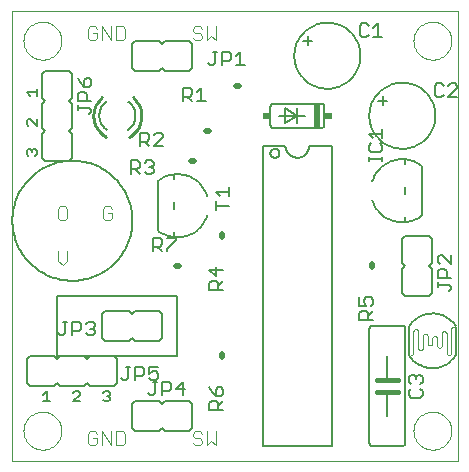
<source format=gto>
G75*
%MOIN*%
%OFA0B0*%
%FSLAX24Y24*%
%IPPOS*%
%LPD*%
%AMOC8*
5,1,8,0,0,1.08239X$1,22.5*
%
%ADD10C,0.0000*%
%ADD11C,0.0040*%
%ADD12C,0.0060*%
%ADD13C,0.0050*%
%ADD14R,0.0200X0.0800*%
%ADD15R,0.0250X0.0200*%
%ADD16C,0.0160*%
%ADD17C,0.0200*%
%ADD18C,0.0080*%
%ADD19C,0.0100*%
D10*
X000180Y000180D02*
X000180Y015176D01*
X015050Y015176D01*
X015050Y000180D01*
X000180Y000180D01*
X000550Y001180D02*
X000552Y001230D01*
X000558Y001280D01*
X000568Y001329D01*
X000582Y001377D01*
X000599Y001424D01*
X000620Y001469D01*
X000645Y001513D01*
X000673Y001554D01*
X000705Y001593D01*
X000739Y001630D01*
X000776Y001664D01*
X000816Y001694D01*
X000858Y001721D01*
X000902Y001745D01*
X000948Y001766D01*
X000995Y001782D01*
X001043Y001795D01*
X001093Y001804D01*
X001142Y001809D01*
X001193Y001810D01*
X001243Y001807D01*
X001292Y001800D01*
X001341Y001789D01*
X001389Y001774D01*
X001435Y001756D01*
X001480Y001734D01*
X001523Y001708D01*
X001564Y001679D01*
X001603Y001647D01*
X001639Y001612D01*
X001671Y001574D01*
X001701Y001534D01*
X001728Y001491D01*
X001751Y001447D01*
X001770Y001401D01*
X001786Y001353D01*
X001798Y001304D01*
X001806Y001255D01*
X001810Y001205D01*
X001810Y001155D01*
X001806Y001105D01*
X001798Y001056D01*
X001786Y001007D01*
X001770Y000959D01*
X001751Y000913D01*
X001728Y000869D01*
X001701Y000826D01*
X001671Y000786D01*
X001639Y000748D01*
X001603Y000713D01*
X001564Y000681D01*
X001523Y000652D01*
X001480Y000626D01*
X001435Y000604D01*
X001389Y000586D01*
X001341Y000571D01*
X001292Y000560D01*
X001243Y000553D01*
X001193Y000550D01*
X001142Y000551D01*
X001093Y000556D01*
X001043Y000565D01*
X000995Y000578D01*
X000948Y000594D01*
X000902Y000615D01*
X000858Y000639D01*
X000816Y000666D01*
X000776Y000696D01*
X000739Y000730D01*
X000705Y000767D01*
X000673Y000806D01*
X000645Y000847D01*
X000620Y000891D01*
X000599Y000936D01*
X000582Y000983D01*
X000568Y001031D01*
X000558Y001080D01*
X000552Y001130D01*
X000550Y001180D01*
X000550Y014180D02*
X000552Y014230D01*
X000558Y014280D01*
X000568Y014329D01*
X000582Y014377D01*
X000599Y014424D01*
X000620Y014469D01*
X000645Y014513D01*
X000673Y014554D01*
X000705Y014593D01*
X000739Y014630D01*
X000776Y014664D01*
X000816Y014694D01*
X000858Y014721D01*
X000902Y014745D01*
X000948Y014766D01*
X000995Y014782D01*
X001043Y014795D01*
X001093Y014804D01*
X001142Y014809D01*
X001193Y014810D01*
X001243Y014807D01*
X001292Y014800D01*
X001341Y014789D01*
X001389Y014774D01*
X001435Y014756D01*
X001480Y014734D01*
X001523Y014708D01*
X001564Y014679D01*
X001603Y014647D01*
X001639Y014612D01*
X001671Y014574D01*
X001701Y014534D01*
X001728Y014491D01*
X001751Y014447D01*
X001770Y014401D01*
X001786Y014353D01*
X001798Y014304D01*
X001806Y014255D01*
X001810Y014205D01*
X001810Y014155D01*
X001806Y014105D01*
X001798Y014056D01*
X001786Y014007D01*
X001770Y013959D01*
X001751Y013913D01*
X001728Y013869D01*
X001701Y013826D01*
X001671Y013786D01*
X001639Y013748D01*
X001603Y013713D01*
X001564Y013681D01*
X001523Y013652D01*
X001480Y013626D01*
X001435Y013604D01*
X001389Y013586D01*
X001341Y013571D01*
X001292Y013560D01*
X001243Y013553D01*
X001193Y013550D01*
X001142Y013551D01*
X001093Y013556D01*
X001043Y013565D01*
X000995Y013578D01*
X000948Y013594D01*
X000902Y013615D01*
X000858Y013639D01*
X000816Y013666D01*
X000776Y013696D01*
X000739Y013730D01*
X000705Y013767D01*
X000673Y013806D01*
X000645Y013847D01*
X000620Y013891D01*
X000599Y013936D01*
X000582Y013983D01*
X000568Y014031D01*
X000558Y014080D01*
X000552Y014130D01*
X000550Y014180D01*
X013550Y014180D02*
X013552Y014230D01*
X013558Y014280D01*
X013568Y014329D01*
X013582Y014377D01*
X013599Y014424D01*
X013620Y014469D01*
X013645Y014513D01*
X013673Y014554D01*
X013705Y014593D01*
X013739Y014630D01*
X013776Y014664D01*
X013816Y014694D01*
X013858Y014721D01*
X013902Y014745D01*
X013948Y014766D01*
X013995Y014782D01*
X014043Y014795D01*
X014093Y014804D01*
X014142Y014809D01*
X014193Y014810D01*
X014243Y014807D01*
X014292Y014800D01*
X014341Y014789D01*
X014389Y014774D01*
X014435Y014756D01*
X014480Y014734D01*
X014523Y014708D01*
X014564Y014679D01*
X014603Y014647D01*
X014639Y014612D01*
X014671Y014574D01*
X014701Y014534D01*
X014728Y014491D01*
X014751Y014447D01*
X014770Y014401D01*
X014786Y014353D01*
X014798Y014304D01*
X014806Y014255D01*
X014810Y014205D01*
X014810Y014155D01*
X014806Y014105D01*
X014798Y014056D01*
X014786Y014007D01*
X014770Y013959D01*
X014751Y013913D01*
X014728Y013869D01*
X014701Y013826D01*
X014671Y013786D01*
X014639Y013748D01*
X014603Y013713D01*
X014564Y013681D01*
X014523Y013652D01*
X014480Y013626D01*
X014435Y013604D01*
X014389Y013586D01*
X014341Y013571D01*
X014292Y013560D01*
X014243Y013553D01*
X014193Y013550D01*
X014142Y013551D01*
X014093Y013556D01*
X014043Y013565D01*
X013995Y013578D01*
X013948Y013594D01*
X013902Y013615D01*
X013858Y013639D01*
X013816Y013666D01*
X013776Y013696D01*
X013739Y013730D01*
X013705Y013767D01*
X013673Y013806D01*
X013645Y013847D01*
X013620Y013891D01*
X013599Y013936D01*
X013582Y013983D01*
X013568Y014031D01*
X013558Y014080D01*
X013552Y014130D01*
X013550Y014180D01*
X013550Y001180D02*
X013552Y001230D01*
X013558Y001280D01*
X013568Y001329D01*
X013582Y001377D01*
X013599Y001424D01*
X013620Y001469D01*
X013645Y001513D01*
X013673Y001554D01*
X013705Y001593D01*
X013739Y001630D01*
X013776Y001664D01*
X013816Y001694D01*
X013858Y001721D01*
X013902Y001745D01*
X013948Y001766D01*
X013995Y001782D01*
X014043Y001795D01*
X014093Y001804D01*
X014142Y001809D01*
X014193Y001810D01*
X014243Y001807D01*
X014292Y001800D01*
X014341Y001789D01*
X014389Y001774D01*
X014435Y001756D01*
X014480Y001734D01*
X014523Y001708D01*
X014564Y001679D01*
X014603Y001647D01*
X014639Y001612D01*
X014671Y001574D01*
X014701Y001534D01*
X014728Y001491D01*
X014751Y001447D01*
X014770Y001401D01*
X014786Y001353D01*
X014798Y001304D01*
X014806Y001255D01*
X014810Y001205D01*
X014810Y001155D01*
X014806Y001105D01*
X014798Y001056D01*
X014786Y001007D01*
X014770Y000959D01*
X014751Y000913D01*
X014728Y000869D01*
X014701Y000826D01*
X014671Y000786D01*
X014639Y000748D01*
X014603Y000713D01*
X014564Y000681D01*
X014523Y000652D01*
X014480Y000626D01*
X014435Y000604D01*
X014389Y000586D01*
X014341Y000571D01*
X014292Y000560D01*
X014243Y000553D01*
X014193Y000550D01*
X014142Y000551D01*
X014093Y000556D01*
X014043Y000565D01*
X013995Y000578D01*
X013948Y000594D01*
X013902Y000615D01*
X013858Y000639D01*
X013816Y000666D01*
X013776Y000696D01*
X013739Y000730D01*
X013705Y000767D01*
X013673Y000806D01*
X013645Y000847D01*
X013620Y000891D01*
X013599Y000936D01*
X013582Y000983D01*
X013568Y001031D01*
X013558Y001080D01*
X013552Y001130D01*
X013550Y001180D01*
D11*
X013550Y003786D02*
X013550Y004495D01*
X013552Y004511D01*
X013557Y004527D01*
X013565Y004541D01*
X013576Y004554D01*
X013590Y004563D01*
X013605Y004570D01*
X013621Y004574D01*
X013637Y004574D01*
X013653Y004570D01*
X013669Y004563D01*
X013682Y004554D01*
X013693Y004541D01*
X013701Y004527D01*
X013706Y004511D01*
X013708Y004495D01*
X013708Y003944D01*
X013707Y003944D02*
X013709Y003928D01*
X013714Y003912D01*
X013722Y003898D01*
X013733Y003885D01*
X013747Y003876D01*
X013762Y003869D01*
X013778Y003865D01*
X013794Y003865D01*
X013810Y003869D01*
X013826Y003876D01*
X013839Y003885D01*
X013850Y003898D01*
X013858Y003912D01*
X013863Y003928D01*
X013865Y003944D01*
X013865Y004337D01*
X013867Y004353D01*
X013872Y004369D01*
X013880Y004383D01*
X013891Y004396D01*
X013905Y004405D01*
X013920Y004412D01*
X013936Y004416D01*
X013952Y004416D01*
X013968Y004412D01*
X013984Y004405D01*
X013997Y004396D01*
X014008Y004383D01*
X014016Y004369D01*
X014021Y004353D01*
X014023Y004337D01*
X014023Y004101D01*
X014022Y004101D02*
X014024Y004085D01*
X014029Y004069D01*
X014037Y004055D01*
X014048Y004042D01*
X014062Y004033D01*
X014077Y004026D01*
X014093Y004022D01*
X014109Y004022D01*
X014125Y004026D01*
X014141Y004033D01*
X014154Y004042D01*
X014165Y004055D01*
X014173Y004069D01*
X014178Y004085D01*
X014180Y004101D01*
X014180Y004259D01*
X014182Y004275D01*
X014187Y004291D01*
X014195Y004305D01*
X014206Y004318D01*
X014220Y004327D01*
X014235Y004334D01*
X014251Y004338D01*
X014267Y004338D01*
X014283Y004334D01*
X014299Y004327D01*
X014312Y004318D01*
X014323Y004305D01*
X014331Y004291D01*
X014336Y004275D01*
X014338Y004259D01*
X014337Y004259D02*
X014337Y004023D01*
X014339Y004007D01*
X014344Y003991D01*
X014352Y003977D01*
X014363Y003964D01*
X014377Y003955D01*
X014392Y003948D01*
X014408Y003944D01*
X014424Y003944D01*
X014440Y003948D01*
X014456Y003955D01*
X014469Y003964D01*
X014480Y003977D01*
X014488Y003991D01*
X014493Y004007D01*
X014495Y004023D01*
X014495Y004416D01*
X014497Y004432D01*
X014502Y004448D01*
X014510Y004462D01*
X014521Y004475D01*
X014535Y004484D01*
X014550Y004491D01*
X014566Y004495D01*
X014582Y004495D01*
X014598Y004491D01*
X014614Y004484D01*
X014627Y004475D01*
X014638Y004462D01*
X014646Y004448D01*
X014651Y004432D01*
X014653Y004416D01*
X014652Y004416D02*
X014652Y003786D01*
X014654Y003770D01*
X014659Y003754D01*
X014667Y003740D01*
X014678Y003727D01*
X014692Y003718D01*
X014707Y003711D01*
X014723Y003707D01*
X014739Y003707D01*
X014755Y003711D01*
X014771Y003718D01*
X014784Y003727D01*
X014795Y003740D01*
X014803Y003754D01*
X014808Y003770D01*
X014810Y003786D01*
X014810Y004574D01*
X014812Y004589D01*
X014816Y004604D01*
X014823Y004618D01*
X014833Y004630D01*
X014845Y004640D01*
X014859Y004647D01*
X014874Y004651D01*
X014889Y004653D01*
X013550Y003786D02*
X013548Y003771D01*
X013544Y003756D01*
X013537Y003742D01*
X013527Y003730D01*
X013515Y003720D01*
X013501Y003713D01*
X013486Y003709D01*
X013471Y003707D01*
X006967Y001160D02*
X006967Y000700D01*
X006814Y000853D01*
X006660Y000700D01*
X006660Y001160D01*
X006507Y001084D02*
X006430Y001160D01*
X006277Y001160D01*
X006200Y001084D01*
X006200Y001007D01*
X006277Y000930D01*
X006430Y000930D01*
X006507Y000853D01*
X006507Y000777D01*
X006430Y000700D01*
X006277Y000700D01*
X006200Y000777D01*
X003928Y000777D02*
X003928Y001084D01*
X003851Y001160D01*
X003621Y001160D01*
X003621Y000700D01*
X003851Y000700D01*
X003928Y000777D01*
X003467Y000700D02*
X003467Y001160D01*
X003160Y001160D02*
X003467Y000700D01*
X003160Y000700D02*
X003160Y001160D01*
X003007Y001084D02*
X002930Y001160D01*
X002777Y001160D01*
X002700Y001084D01*
X002700Y000777D01*
X002777Y000700D01*
X002930Y000700D01*
X003007Y000777D01*
X003007Y000930D01*
X002853Y000930D01*
X001853Y006700D02*
X002007Y006853D01*
X002007Y007160D01*
X001700Y007160D02*
X001700Y006853D01*
X001853Y006700D01*
X001777Y008200D02*
X001930Y008200D01*
X002007Y008277D01*
X002007Y008584D01*
X001930Y008660D01*
X001777Y008660D01*
X001700Y008584D01*
X001700Y008277D01*
X001777Y008200D01*
X003200Y008277D02*
X003277Y008200D01*
X003430Y008200D01*
X003507Y008277D01*
X003507Y008430D01*
X003353Y008430D01*
X003200Y008277D02*
X003200Y008584D01*
X003277Y008660D01*
X003430Y008660D01*
X003507Y008584D01*
X003467Y014200D02*
X003467Y014660D01*
X003621Y014660D02*
X003851Y014660D01*
X003928Y014584D01*
X003928Y014277D01*
X003851Y014200D01*
X003621Y014200D01*
X003621Y014660D01*
X003160Y014660D02*
X003160Y014200D01*
X003007Y014277D02*
X003007Y014430D01*
X002853Y014430D01*
X002700Y014277D02*
X002777Y014200D01*
X002930Y014200D01*
X003007Y014277D01*
X003007Y014584D02*
X002930Y014660D01*
X002777Y014660D01*
X002700Y014584D01*
X002700Y014277D01*
X003160Y014660D02*
X003467Y014200D01*
X006200Y014277D02*
X006277Y014200D01*
X006430Y014200D01*
X006507Y014277D01*
X006507Y014353D01*
X006430Y014430D01*
X006277Y014430D01*
X006200Y014507D01*
X006200Y014584D01*
X006277Y014660D01*
X006430Y014660D01*
X006507Y014584D01*
X006660Y014660D02*
X006660Y014200D01*
X006814Y014353D01*
X006967Y014200D01*
X006967Y014660D01*
D12*
X006180Y014080D02*
X006080Y014180D01*
X005280Y014180D01*
X005180Y014080D01*
X005080Y014180D01*
X004280Y014180D01*
X004180Y014080D01*
X004180Y013280D01*
X004280Y013180D01*
X005080Y013180D01*
X005180Y013280D01*
X005280Y013180D01*
X006080Y013180D01*
X006180Y013280D01*
X006180Y014080D01*
X008780Y011980D02*
X008780Y011380D01*
X008782Y011363D01*
X008786Y011346D01*
X008793Y011330D01*
X008803Y011316D01*
X008816Y011303D01*
X008830Y011293D01*
X008846Y011286D01*
X008863Y011282D01*
X008880Y011280D01*
X010480Y011280D01*
X010497Y011282D01*
X010514Y011286D01*
X010530Y011293D01*
X010544Y011303D01*
X010557Y011316D01*
X010567Y011330D01*
X010574Y011346D01*
X010578Y011363D01*
X010580Y011380D01*
X010580Y011980D01*
X010578Y011997D01*
X010574Y012014D01*
X010567Y012030D01*
X010557Y012044D01*
X010544Y012057D01*
X010530Y012067D01*
X010514Y012074D01*
X010497Y012078D01*
X010480Y012080D01*
X008880Y012080D01*
X008863Y012078D01*
X008846Y012074D01*
X008830Y012067D01*
X008816Y012057D01*
X008803Y012044D01*
X008793Y012030D01*
X008786Y012014D01*
X008782Y011997D01*
X008780Y011980D01*
X009080Y011680D02*
X009680Y011680D01*
X009680Y011930D01*
X009680Y011680D02*
X009680Y011430D01*
X009680Y011680D02*
X009280Y011430D01*
X009280Y011930D01*
X009680Y011680D01*
X009930Y011680D01*
X010080Y010682D02*
X010830Y010682D01*
X010830Y000682D01*
X008530Y000682D01*
X008530Y010682D01*
X009280Y010682D01*
X009282Y010643D01*
X009288Y010604D01*
X009297Y010566D01*
X009310Y010529D01*
X009327Y010493D01*
X009347Y010460D01*
X009371Y010428D01*
X009397Y010399D01*
X009426Y010373D01*
X009458Y010349D01*
X009491Y010329D01*
X009527Y010312D01*
X009564Y010299D01*
X009602Y010290D01*
X009641Y010284D01*
X009680Y010282D01*
X009719Y010284D01*
X009758Y010290D01*
X009796Y010299D01*
X009833Y010312D01*
X009869Y010329D01*
X009902Y010349D01*
X009934Y010373D01*
X009963Y010399D01*
X009989Y010428D01*
X010013Y010460D01*
X010033Y010493D01*
X010050Y010529D01*
X010063Y010566D01*
X010072Y010604D01*
X010078Y010643D01*
X010080Y010682D01*
X012380Y012180D02*
X012530Y012180D01*
X012530Y012330D01*
X012530Y012180D02*
X012680Y012180D01*
X012530Y012180D02*
X012530Y012030D01*
X012080Y011680D02*
X012082Y011746D01*
X012088Y011811D01*
X012098Y011876D01*
X012111Y011941D01*
X012129Y012004D01*
X012150Y012067D01*
X012175Y012127D01*
X012204Y012187D01*
X012236Y012244D01*
X012271Y012300D01*
X012310Y012353D01*
X012352Y012404D01*
X012396Y012452D01*
X012444Y012497D01*
X012494Y012540D01*
X012547Y012579D01*
X012602Y012616D01*
X012659Y012649D01*
X012718Y012678D01*
X012778Y012704D01*
X012840Y012726D01*
X012903Y012745D01*
X012967Y012759D01*
X013032Y012770D01*
X013098Y012777D01*
X013164Y012780D01*
X013229Y012779D01*
X013295Y012774D01*
X013360Y012765D01*
X013425Y012752D01*
X013488Y012736D01*
X013551Y012716D01*
X013612Y012691D01*
X013672Y012664D01*
X013730Y012633D01*
X013786Y012598D01*
X013840Y012560D01*
X013891Y012519D01*
X013940Y012475D01*
X013986Y012428D01*
X014030Y012379D01*
X014070Y012327D01*
X014107Y012272D01*
X014141Y012216D01*
X014171Y012157D01*
X014198Y012097D01*
X014221Y012036D01*
X014240Y011973D01*
X014256Y011909D01*
X014268Y011844D01*
X014276Y011779D01*
X014280Y011713D01*
X014280Y011647D01*
X014276Y011581D01*
X014268Y011516D01*
X014256Y011451D01*
X014240Y011387D01*
X014221Y011324D01*
X014198Y011263D01*
X014171Y011203D01*
X014141Y011144D01*
X014107Y011088D01*
X014070Y011033D01*
X014030Y010981D01*
X013986Y010932D01*
X013940Y010885D01*
X013891Y010841D01*
X013840Y010800D01*
X013786Y010762D01*
X013730Y010727D01*
X013672Y010696D01*
X013612Y010669D01*
X013551Y010644D01*
X013488Y010624D01*
X013425Y010608D01*
X013360Y010595D01*
X013295Y010586D01*
X013229Y010581D01*
X013164Y010580D01*
X013098Y010583D01*
X013032Y010590D01*
X012967Y010601D01*
X012903Y010615D01*
X012840Y010634D01*
X012778Y010656D01*
X012718Y010682D01*
X012659Y010711D01*
X012602Y010744D01*
X012547Y010781D01*
X012494Y010820D01*
X012444Y010863D01*
X012396Y010908D01*
X012352Y010956D01*
X012310Y011007D01*
X012271Y011060D01*
X012236Y011116D01*
X012204Y011173D01*
X012175Y011233D01*
X012150Y011293D01*
X012129Y011356D01*
X012111Y011419D01*
X012098Y011484D01*
X012088Y011549D01*
X012082Y011614D01*
X012080Y011680D01*
X013280Y010225D02*
X013280Y010067D01*
X013830Y010005D02*
X013830Y008355D01*
X013280Y008293D02*
X013280Y008135D01*
X013280Y007680D02*
X014080Y007680D01*
X014180Y007580D01*
X014180Y006780D01*
X014080Y006680D01*
X014180Y006580D01*
X014180Y005780D01*
X014080Y005680D01*
X013280Y005680D01*
X013180Y005780D01*
X013180Y006580D01*
X013280Y006680D01*
X013180Y006780D01*
X013180Y007580D01*
X013280Y007680D01*
X013280Y009067D02*
X013280Y009293D01*
X013830Y010005D02*
X013779Y010042D01*
X013726Y010077D01*
X013670Y010109D01*
X013613Y010137D01*
X013554Y010161D01*
X013494Y010182D01*
X013433Y010199D01*
X013371Y010213D01*
X013308Y010222D01*
X013245Y010228D01*
X013181Y010230D01*
X013117Y010228D01*
X013054Y010222D01*
X012991Y010213D01*
X012929Y010200D01*
X012868Y010182D01*
X012808Y010162D01*
X012749Y010137D01*
X012692Y010110D01*
X012636Y010078D01*
X012583Y010044D01*
X012532Y010006D01*
X012483Y009965D01*
X012437Y009921D01*
X012393Y009875D01*
X012352Y009826D01*
X012315Y009775D01*
X012280Y009721D01*
X012249Y009666D01*
X012221Y009609D01*
X012197Y009550D01*
X012177Y009490D01*
X012177Y008870D02*
X012197Y008810D01*
X012221Y008751D01*
X012249Y008694D01*
X012280Y008639D01*
X012315Y008585D01*
X012352Y008534D01*
X012393Y008485D01*
X012437Y008439D01*
X012483Y008395D01*
X012532Y008354D01*
X012583Y008316D01*
X012636Y008282D01*
X012692Y008250D01*
X012749Y008223D01*
X012808Y008198D01*
X012868Y008178D01*
X012929Y008160D01*
X012991Y008147D01*
X013054Y008138D01*
X013117Y008132D01*
X013181Y008130D01*
X013245Y008132D01*
X013308Y008138D01*
X013371Y008147D01*
X013433Y008161D01*
X013494Y008178D01*
X013554Y008199D01*
X013613Y008223D01*
X013670Y008251D01*
X013726Y008283D01*
X013779Y008318D01*
X013830Y008355D01*
X013180Y004680D02*
X012180Y004680D01*
X012163Y004678D01*
X012146Y004674D01*
X012130Y004667D01*
X012116Y004657D01*
X012103Y004644D01*
X012093Y004630D01*
X012086Y004614D01*
X012082Y004597D01*
X012080Y004580D01*
X012080Y000780D01*
X012082Y000763D01*
X012086Y000746D01*
X012093Y000730D01*
X012103Y000716D01*
X012116Y000703D01*
X012130Y000693D01*
X012146Y000686D01*
X012163Y000682D01*
X012180Y000680D01*
X013180Y000680D01*
X013197Y000682D01*
X013214Y000686D01*
X013230Y000693D01*
X013244Y000703D01*
X013257Y000716D01*
X013267Y000730D01*
X013274Y000746D01*
X013278Y000763D01*
X013280Y000780D01*
X013280Y004580D01*
X013278Y004597D01*
X013274Y004614D01*
X013267Y004630D01*
X013257Y004644D01*
X013244Y004657D01*
X013230Y004667D01*
X013214Y004674D01*
X013197Y004678D01*
X013180Y004680D01*
X012680Y003680D02*
X012680Y002880D01*
X012680Y002480D02*
X012680Y001680D01*
X006180Y001280D02*
X006180Y002080D01*
X006080Y002180D01*
X005280Y002180D01*
X005180Y002080D01*
X005080Y002180D01*
X004280Y002180D01*
X004180Y002080D01*
X004180Y001280D01*
X004280Y001180D01*
X005080Y001180D01*
X005180Y001280D01*
X005280Y001180D01*
X006080Y001180D01*
X006180Y001280D01*
X003680Y002780D02*
X003580Y002680D01*
X002780Y002680D01*
X002680Y002780D01*
X002580Y002680D01*
X001780Y002680D01*
X001680Y002780D01*
X001580Y002680D01*
X000780Y002680D01*
X000680Y002780D01*
X000680Y003580D01*
X000780Y003680D01*
X001580Y003680D01*
X001680Y003580D01*
X001780Y003680D01*
X002580Y003680D01*
X002680Y003580D01*
X002780Y003680D01*
X003580Y003680D01*
X003680Y003580D01*
X003680Y002780D01*
X003280Y004180D02*
X003180Y004280D01*
X003180Y005080D01*
X003280Y005180D01*
X004080Y005180D01*
X004180Y005080D01*
X004280Y005180D01*
X005080Y005180D01*
X005180Y005080D01*
X005180Y004280D01*
X005080Y004180D01*
X004280Y004180D01*
X004180Y004280D01*
X004080Y004180D01*
X003280Y004180D01*
X002080Y010180D02*
X001280Y010180D01*
X001180Y010280D01*
X001180Y011080D01*
X001280Y011180D01*
X001180Y011280D01*
X001180Y012080D01*
X001280Y012180D01*
X001180Y012280D01*
X001180Y013080D01*
X001280Y013180D01*
X002080Y013180D01*
X002180Y013080D01*
X002180Y012280D01*
X002080Y012180D01*
X002180Y012080D01*
X002180Y011280D01*
X002080Y011180D01*
X002180Y011080D01*
X002180Y010280D01*
X002080Y010180D01*
X003080Y011680D02*
X003082Y011727D01*
X003088Y011775D01*
X003097Y011821D01*
X003110Y011867D01*
X003126Y011911D01*
X003147Y011955D01*
X003170Y011996D01*
X003196Y012035D01*
X003226Y012072D01*
X003259Y012107D01*
X003294Y012139D01*
X003331Y012168D01*
X004280Y011680D02*
X004278Y011635D01*
X004273Y011589D01*
X004265Y011545D01*
X004253Y011501D01*
X004237Y011458D01*
X004219Y011416D01*
X004197Y011376D01*
X004173Y011338D01*
X004146Y011302D01*
X004116Y011267D01*
X004083Y011236D01*
X004048Y011206D01*
X004280Y011680D02*
X004278Y011725D01*
X004273Y011771D01*
X004265Y011815D01*
X004253Y011859D01*
X004237Y011902D01*
X004219Y011944D01*
X004197Y011984D01*
X004173Y012022D01*
X004146Y012058D01*
X004116Y012093D01*
X004083Y012124D01*
X004048Y012154D01*
X003080Y011680D02*
X003082Y011634D01*
X003087Y011588D01*
X003096Y011542D01*
X003108Y011497D01*
X003124Y011454D01*
X003143Y011412D01*
X003166Y011371D01*
X003191Y011332D01*
X003219Y011296D01*
X003250Y011261D01*
X003284Y011229D01*
X003320Y011200D01*
X009880Y014180D02*
X010030Y014180D01*
X010030Y014330D01*
X010030Y014180D02*
X010180Y014180D01*
X010030Y014180D02*
X010030Y014030D01*
X009580Y013680D02*
X009582Y013746D01*
X009588Y013811D01*
X009598Y013876D01*
X009611Y013941D01*
X009629Y014004D01*
X009650Y014067D01*
X009675Y014127D01*
X009704Y014187D01*
X009736Y014244D01*
X009771Y014300D01*
X009810Y014353D01*
X009852Y014404D01*
X009896Y014452D01*
X009944Y014497D01*
X009994Y014540D01*
X010047Y014579D01*
X010102Y014616D01*
X010159Y014649D01*
X010218Y014678D01*
X010278Y014704D01*
X010340Y014726D01*
X010403Y014745D01*
X010467Y014759D01*
X010532Y014770D01*
X010598Y014777D01*
X010664Y014780D01*
X010729Y014779D01*
X010795Y014774D01*
X010860Y014765D01*
X010925Y014752D01*
X010988Y014736D01*
X011051Y014716D01*
X011112Y014691D01*
X011172Y014664D01*
X011230Y014633D01*
X011286Y014598D01*
X011340Y014560D01*
X011391Y014519D01*
X011440Y014475D01*
X011486Y014428D01*
X011530Y014379D01*
X011570Y014327D01*
X011607Y014272D01*
X011641Y014216D01*
X011671Y014157D01*
X011698Y014097D01*
X011721Y014036D01*
X011740Y013973D01*
X011756Y013909D01*
X011768Y013844D01*
X011776Y013779D01*
X011780Y013713D01*
X011780Y013647D01*
X011776Y013581D01*
X011768Y013516D01*
X011756Y013451D01*
X011740Y013387D01*
X011721Y013324D01*
X011698Y013263D01*
X011671Y013203D01*
X011641Y013144D01*
X011607Y013088D01*
X011570Y013033D01*
X011530Y012981D01*
X011486Y012932D01*
X011440Y012885D01*
X011391Y012841D01*
X011340Y012800D01*
X011286Y012762D01*
X011230Y012727D01*
X011172Y012696D01*
X011112Y012669D01*
X011051Y012644D01*
X010988Y012624D01*
X010925Y012608D01*
X010860Y012595D01*
X010795Y012586D01*
X010729Y012581D01*
X010664Y012580D01*
X010598Y012583D01*
X010532Y012590D01*
X010467Y012601D01*
X010403Y012615D01*
X010340Y012634D01*
X010278Y012656D01*
X010218Y012682D01*
X010159Y012711D01*
X010102Y012744D01*
X010047Y012781D01*
X009994Y012820D01*
X009944Y012863D01*
X009896Y012908D01*
X009852Y012956D01*
X009810Y013007D01*
X009771Y013060D01*
X009736Y013116D01*
X009704Y013173D01*
X009675Y013233D01*
X009650Y013293D01*
X009629Y013356D01*
X009611Y013419D01*
X009598Y013484D01*
X009588Y013549D01*
X009582Y013614D01*
X009580Y013680D01*
D13*
X007926Y013355D02*
X007626Y013355D01*
X007776Y013355D02*
X007776Y013805D01*
X007626Y013655D01*
X007466Y013730D02*
X007466Y013580D01*
X007391Y013505D01*
X007165Y013505D01*
X007165Y013355D02*
X007165Y013805D01*
X007391Y013805D01*
X007466Y013730D01*
X007005Y013805D02*
X006855Y013805D01*
X006930Y013805D02*
X006930Y013430D01*
X006855Y013355D01*
X006780Y013355D01*
X006705Y013430D01*
X006476Y012615D02*
X006476Y012165D01*
X006626Y012165D02*
X006325Y012165D01*
X006165Y012165D02*
X006015Y012315D01*
X006090Y012315D02*
X005865Y012315D01*
X005865Y012165D02*
X005865Y012615D01*
X006090Y012615D01*
X006165Y012540D01*
X006165Y012390D01*
X006090Y012315D01*
X006325Y012465D02*
X006476Y012615D01*
X005130Y011115D02*
X004980Y011115D01*
X004905Y011040D01*
X004744Y011040D02*
X004744Y010890D01*
X004669Y010815D01*
X004444Y010815D01*
X004444Y010665D02*
X004444Y011115D01*
X004669Y011115D01*
X004744Y011040D01*
X004594Y010815D02*
X004744Y010665D01*
X004905Y010665D02*
X005205Y010965D01*
X005205Y011040D01*
X005130Y011115D01*
X005205Y010665D02*
X004905Y010665D01*
X004810Y010195D02*
X004660Y010195D01*
X004585Y010120D01*
X004424Y010120D02*
X004424Y009970D01*
X004349Y009895D01*
X004124Y009895D01*
X004124Y009745D02*
X004124Y010195D01*
X004349Y010195D01*
X004424Y010120D01*
X004274Y009895D02*
X004424Y009745D01*
X004585Y009820D02*
X004660Y009745D01*
X004810Y009745D01*
X004885Y009820D01*
X004885Y009895D01*
X004810Y009970D01*
X004735Y009970D01*
X004810Y009970D02*
X004885Y010045D01*
X004885Y010120D01*
X004810Y010195D01*
X005030Y009505D02*
X005030Y007855D01*
X005090Y007615D02*
X004865Y007615D01*
X004865Y007165D01*
X004865Y007315D02*
X005090Y007315D01*
X005165Y007390D01*
X005165Y007540D01*
X005090Y007615D01*
X005325Y007615D02*
X005626Y007615D01*
X005626Y007540D01*
X005325Y007240D01*
X005325Y007165D01*
X005165Y007165D02*
X005015Y007315D01*
X005580Y007635D02*
X005580Y007793D01*
X005580Y008567D02*
X005580Y008793D01*
X005030Y009505D02*
X005078Y009540D01*
X005128Y009573D01*
X005180Y009604D01*
X005234Y009631D01*
X005289Y009655D01*
X005346Y009675D01*
X005403Y009693D01*
X005461Y009707D01*
X005520Y009718D01*
X005580Y009725D01*
X005580Y009567D01*
X005580Y009725D02*
X005642Y009729D01*
X005705Y009730D01*
X005767Y009726D01*
X005829Y009719D01*
X005890Y009709D01*
X005951Y009694D01*
X006011Y009676D01*
X006070Y009655D01*
X006127Y009630D01*
X006182Y009602D01*
X006236Y009571D01*
X006288Y009536D01*
X006338Y009498D01*
X006385Y009458D01*
X006430Y009414D01*
X006473Y009369D01*
X006512Y009320D01*
X006549Y009270D01*
X006582Y009217D01*
X006613Y009163D01*
X006640Y009106D01*
X006663Y009049D01*
X006683Y008990D01*
X006955Y009145D02*
X007405Y009145D01*
X007405Y008995D02*
X007405Y009295D01*
X007105Y008995D02*
X006955Y009145D01*
X006955Y008834D02*
X006955Y008534D01*
X006955Y008684D02*
X007405Y008684D01*
X008780Y010430D02*
X008782Y010454D01*
X008788Y010478D01*
X008797Y010500D01*
X008810Y010520D01*
X008826Y010538D01*
X008845Y010553D01*
X008866Y010566D01*
X008888Y010574D01*
X008912Y010579D01*
X008936Y010580D01*
X008960Y010577D01*
X008983Y010570D01*
X009005Y010560D01*
X009025Y010546D01*
X009042Y010529D01*
X009057Y010510D01*
X009068Y010489D01*
X009076Y010466D01*
X009080Y010442D01*
X009080Y010418D01*
X009076Y010394D01*
X009068Y010371D01*
X009057Y010350D01*
X009042Y010331D01*
X009025Y010314D01*
X009005Y010300D01*
X008983Y010290D01*
X008960Y010283D01*
X008936Y010280D01*
X008912Y010281D01*
X008888Y010286D01*
X008866Y010294D01*
X008845Y010307D01*
X008826Y010322D01*
X008810Y010340D01*
X008797Y010360D01*
X008788Y010382D01*
X008782Y010406D01*
X008780Y010430D01*
X006683Y008370D02*
X006663Y008310D01*
X006639Y008251D01*
X006611Y008194D01*
X006580Y008139D01*
X006545Y008085D01*
X006508Y008034D01*
X006467Y007985D01*
X006423Y007939D01*
X006377Y007895D01*
X006328Y007854D01*
X006277Y007816D01*
X006224Y007782D01*
X006168Y007750D01*
X006111Y007723D01*
X006052Y007698D01*
X005992Y007678D01*
X005931Y007660D01*
X005869Y007647D01*
X005806Y007638D01*
X005743Y007632D01*
X005679Y007630D01*
X005615Y007632D01*
X005552Y007638D01*
X005489Y007647D01*
X005427Y007661D01*
X005366Y007678D01*
X005306Y007699D01*
X005247Y007723D01*
X005190Y007751D01*
X005134Y007783D01*
X005081Y007818D01*
X005030Y007855D01*
X006745Y006551D02*
X006970Y006325D01*
X006970Y006626D01*
X007195Y006551D02*
X006745Y006551D01*
X006820Y006165D02*
X006970Y006165D01*
X007045Y006090D01*
X007045Y005865D01*
X007195Y005865D02*
X006745Y005865D01*
X006745Y006090D01*
X006820Y006165D01*
X007045Y006015D02*
X007195Y006165D01*
X005680Y005680D02*
X001680Y005680D01*
X001680Y003680D01*
X005680Y003680D01*
X005680Y005680D01*
X005026Y003305D02*
X004726Y003305D01*
X004726Y003080D01*
X004876Y003155D01*
X004951Y003155D01*
X005026Y003080D01*
X005026Y002930D01*
X004951Y002855D01*
X004801Y002855D01*
X004726Y002930D01*
X004855Y002805D02*
X005005Y002805D01*
X004930Y002805D02*
X004930Y002430D01*
X004855Y002355D01*
X004780Y002355D01*
X004705Y002430D01*
X005165Y002355D02*
X005165Y002805D01*
X005391Y002805D01*
X005466Y002730D01*
X005466Y002580D01*
X005391Y002505D01*
X005165Y002505D01*
X005626Y002580D02*
X005926Y002580D01*
X005851Y002355D02*
X005851Y002805D01*
X005626Y002580D01*
X006745Y002626D02*
X006820Y002476D01*
X006970Y002325D01*
X006970Y002551D01*
X007045Y002626D01*
X007120Y002626D01*
X007195Y002551D01*
X007195Y002400D01*
X007120Y002325D01*
X006970Y002325D01*
X006970Y002165D02*
X006820Y002165D01*
X006745Y002090D01*
X006745Y001865D01*
X007195Y001865D01*
X007045Y001865D02*
X007045Y002090D01*
X006970Y002165D01*
X007045Y002015D02*
X007195Y002165D01*
X004566Y003080D02*
X004491Y003005D01*
X004265Y003005D01*
X004265Y002855D02*
X004265Y003305D01*
X004491Y003305D01*
X004566Y003230D01*
X004566Y003080D01*
X004105Y003305D02*
X003955Y003305D01*
X004030Y003305D02*
X004030Y002930D01*
X003955Y002855D01*
X003880Y002855D01*
X003805Y002930D01*
X003375Y002495D02*
X003432Y002439D01*
X003432Y002382D01*
X003375Y002325D01*
X003432Y002268D01*
X003432Y002212D01*
X003375Y002155D01*
X003262Y002155D01*
X003205Y002212D01*
X003318Y002325D02*
X003375Y002325D01*
X003375Y002495D02*
X003262Y002495D01*
X003205Y002439D01*
X002432Y002439D02*
X002375Y002495D01*
X002262Y002495D01*
X002205Y002439D01*
X002432Y002439D02*
X002432Y002382D01*
X002205Y002155D01*
X002432Y002155D01*
X001432Y002155D02*
X001205Y002155D01*
X001318Y002155D02*
X001318Y002495D01*
X001205Y002382D01*
X001780Y004355D02*
X001855Y004355D01*
X001930Y004430D01*
X001930Y004805D01*
X001855Y004805D02*
X002005Y004805D01*
X002165Y004805D02*
X002391Y004805D01*
X002466Y004730D01*
X002466Y004580D01*
X002391Y004505D01*
X002165Y004505D01*
X002165Y004355D02*
X002165Y004805D01*
X002626Y004730D02*
X002701Y004805D01*
X002851Y004805D01*
X002926Y004730D01*
X002926Y004655D01*
X002851Y004580D01*
X002926Y004505D01*
X002926Y004430D01*
X002851Y004355D01*
X002701Y004355D01*
X002626Y004430D01*
X002776Y004580D02*
X002851Y004580D01*
X001780Y004355D02*
X001705Y004430D01*
X000938Y010346D02*
X000995Y010403D01*
X000995Y010516D01*
X000938Y010573D01*
X000882Y010573D01*
X000825Y010516D01*
X000825Y010459D01*
X000825Y010516D02*
X000768Y010573D01*
X000711Y010573D01*
X000655Y010516D01*
X000655Y010403D01*
X000711Y010346D01*
X000711Y011346D02*
X000655Y011403D01*
X000655Y011516D01*
X000711Y011573D01*
X000768Y011573D01*
X000995Y011346D01*
X000995Y011573D01*
X000995Y012346D02*
X000995Y012573D01*
X000995Y012459D02*
X000655Y012459D01*
X000768Y012346D01*
X002355Y012409D02*
X002355Y012184D01*
X002805Y012184D01*
X002655Y012184D02*
X002655Y012409D01*
X002580Y012484D01*
X002430Y012484D01*
X002355Y012409D01*
X002580Y012645D02*
X002580Y012870D01*
X002655Y012945D01*
X002730Y012945D01*
X002805Y012870D01*
X002805Y012720D01*
X002730Y012645D01*
X002580Y012645D01*
X002430Y012795D01*
X002355Y012945D01*
X002355Y012024D02*
X002355Y011874D01*
X002355Y011949D02*
X002730Y011949D01*
X002805Y011874D01*
X002805Y011799D01*
X002730Y011724D01*
X011755Y014380D02*
X011830Y014305D01*
X011980Y014305D01*
X012055Y014380D01*
X012215Y014305D02*
X012516Y014305D01*
X012366Y014305D02*
X012366Y014755D01*
X012215Y014605D01*
X012055Y014680D02*
X011980Y014755D01*
X011830Y014755D01*
X011755Y014680D01*
X011755Y014380D01*
X014255Y012680D02*
X014255Y012380D01*
X014330Y012305D01*
X014480Y012305D01*
X014555Y012380D01*
X014715Y012305D02*
X015016Y012605D01*
X015016Y012680D01*
X014941Y012755D01*
X014790Y012755D01*
X014715Y012680D01*
X014555Y012680D02*
X014480Y012755D01*
X014330Y012755D01*
X014255Y012680D01*
X014715Y012305D02*
X015016Y012305D01*
X012505Y011223D02*
X012505Y010922D01*
X012505Y011072D02*
X012055Y011072D01*
X012205Y010922D01*
X012130Y010762D02*
X012055Y010687D01*
X012055Y010537D01*
X012130Y010462D01*
X012430Y010462D01*
X012505Y010537D01*
X012505Y010687D01*
X012430Y010762D01*
X012505Y010305D02*
X012505Y010155D01*
X012505Y010230D02*
X012055Y010230D01*
X012055Y010155D02*
X012055Y010305D01*
X014430Y007045D02*
X014355Y006970D01*
X014355Y006820D01*
X014430Y006745D01*
X014430Y006584D02*
X014580Y006584D01*
X014655Y006509D01*
X014655Y006284D01*
X014805Y006284D02*
X014355Y006284D01*
X014355Y006509D01*
X014430Y006584D01*
X014805Y006745D02*
X014505Y007045D01*
X014430Y007045D01*
X014805Y007045D02*
X014805Y006745D01*
X014730Y006049D02*
X014355Y006049D01*
X014355Y005974D02*
X014355Y006124D01*
X014730Y006049D02*
X014805Y005974D01*
X014805Y005899D01*
X014730Y005824D01*
X012195Y005551D02*
X012195Y005400D01*
X012120Y005325D01*
X011970Y005325D02*
X011895Y005476D01*
X011895Y005551D01*
X011970Y005626D01*
X012120Y005626D01*
X012195Y005551D01*
X011970Y005325D02*
X011745Y005325D01*
X011745Y005626D01*
X011820Y005165D02*
X011970Y005165D01*
X012045Y005090D01*
X012045Y004865D01*
X012195Y004865D02*
X011745Y004865D01*
X011745Y005090D01*
X011820Y005165D01*
X012045Y005015D02*
X012195Y005165D01*
X013480Y003045D02*
X013405Y002970D01*
X013405Y002820D01*
X013480Y002745D01*
X013480Y002584D02*
X013405Y002509D01*
X013405Y002359D01*
X013480Y002284D01*
X013780Y002284D01*
X013855Y002359D01*
X013855Y002509D01*
X013780Y002584D01*
X013780Y002745D02*
X013855Y002820D01*
X013855Y002970D01*
X013780Y003045D01*
X013705Y003045D01*
X013630Y002970D01*
X013630Y002895D01*
X013630Y002970D02*
X013555Y003045D01*
X013480Y003045D01*
D14*
X010330Y011680D03*
D15*
X010705Y011680D03*
X008655Y011680D03*
D16*
X012330Y002880D02*
X012680Y002880D01*
X013030Y002880D01*
X013030Y002480D02*
X012680Y002480D01*
X012330Y002480D01*
D17*
X012180Y006630D02*
X012180Y006730D01*
X007180Y007630D02*
X007180Y007730D01*
X005730Y006680D02*
X005630Y006680D01*
X007180Y003730D02*
X007180Y003630D01*
X006230Y010180D02*
X006130Y010180D01*
X006630Y011180D02*
X006730Y011180D01*
X007630Y012680D02*
X007730Y012680D01*
D18*
X000180Y008180D02*
X000182Y008269D01*
X000188Y008358D01*
X000198Y008447D01*
X000212Y008535D01*
X000229Y008622D01*
X000251Y008708D01*
X000277Y008794D01*
X000306Y008878D01*
X000339Y008961D01*
X000375Y009042D01*
X000416Y009122D01*
X000459Y009199D01*
X000506Y009275D01*
X000557Y009348D01*
X000610Y009419D01*
X000667Y009488D01*
X000727Y009554D01*
X000790Y009618D01*
X000855Y009678D01*
X000923Y009736D01*
X000994Y009790D01*
X001067Y009841D01*
X001142Y009889D01*
X001219Y009934D01*
X001298Y009975D01*
X001379Y010012D01*
X001461Y010046D01*
X001545Y010077D01*
X001630Y010103D01*
X001716Y010126D01*
X001803Y010144D01*
X001891Y010159D01*
X001980Y010170D01*
X002069Y010177D01*
X002158Y010180D01*
X002247Y010179D01*
X002336Y010174D01*
X002424Y010165D01*
X002513Y010152D01*
X002600Y010135D01*
X002687Y010115D01*
X002773Y010090D01*
X002857Y010062D01*
X002940Y010030D01*
X003022Y009994D01*
X003102Y009955D01*
X003180Y009912D01*
X003256Y009866D01*
X003330Y009816D01*
X003402Y009763D01*
X003471Y009707D01*
X003538Y009648D01*
X003602Y009586D01*
X003663Y009522D01*
X003722Y009454D01*
X003777Y009384D01*
X003829Y009312D01*
X003878Y009237D01*
X003923Y009161D01*
X003965Y009082D01*
X004003Y009002D01*
X004038Y008920D01*
X004069Y008836D01*
X004097Y008751D01*
X004120Y008665D01*
X004140Y008578D01*
X004156Y008491D01*
X004168Y008402D01*
X004176Y008314D01*
X004180Y008225D01*
X004180Y008135D01*
X004176Y008046D01*
X004168Y007958D01*
X004156Y007869D01*
X004140Y007782D01*
X004120Y007695D01*
X004097Y007609D01*
X004069Y007524D01*
X004038Y007440D01*
X004003Y007358D01*
X003965Y007278D01*
X003923Y007199D01*
X003878Y007123D01*
X003829Y007048D01*
X003777Y006976D01*
X003722Y006906D01*
X003663Y006838D01*
X003602Y006774D01*
X003538Y006712D01*
X003471Y006653D01*
X003402Y006597D01*
X003330Y006544D01*
X003256Y006494D01*
X003180Y006448D01*
X003102Y006405D01*
X003022Y006366D01*
X002940Y006330D01*
X002857Y006298D01*
X002773Y006270D01*
X002687Y006245D01*
X002600Y006225D01*
X002513Y006208D01*
X002424Y006195D01*
X002336Y006186D01*
X002247Y006181D01*
X002158Y006180D01*
X002069Y006183D01*
X001980Y006190D01*
X001891Y006201D01*
X001803Y006216D01*
X001716Y006234D01*
X001630Y006257D01*
X001545Y006283D01*
X001461Y006314D01*
X001379Y006348D01*
X001298Y006385D01*
X001219Y006426D01*
X001142Y006471D01*
X001067Y006519D01*
X000994Y006570D01*
X000923Y006624D01*
X000855Y006682D01*
X000790Y006742D01*
X000727Y006806D01*
X000667Y006872D01*
X000610Y006941D01*
X000557Y007012D01*
X000506Y007085D01*
X000459Y007161D01*
X000416Y007238D01*
X000375Y007318D01*
X000339Y007399D01*
X000306Y007482D01*
X000277Y007566D01*
X000251Y007652D01*
X000229Y007738D01*
X000212Y007825D01*
X000198Y007913D01*
X000188Y008002D01*
X000182Y008091D01*
X000180Y008180D01*
X013402Y004652D02*
X013402Y003708D01*
X013402Y003698D02*
X013435Y003650D01*
X013470Y003604D01*
X013509Y003560D01*
X013550Y003519D01*
X013593Y003480D01*
X013639Y003445D01*
X013687Y003412D01*
X013737Y003383D01*
X013789Y003356D01*
X013842Y003333D01*
X013897Y003314D01*
X013953Y003298D01*
X014009Y003285D01*
X014067Y003277D01*
X014125Y003271D01*
X014183Y003270D01*
X014241Y003272D01*
X014299Y003278D01*
X014356Y003288D01*
X014412Y003301D01*
X014468Y003318D01*
X014522Y003338D01*
X014576Y003361D01*
X014627Y003388D01*
X014677Y003418D01*
X014724Y003452D01*
X014770Y003488D01*
X014813Y003527D01*
X014853Y003569D01*
X014891Y003613D01*
X014926Y003659D01*
X014958Y003708D01*
X014958Y004652D01*
X014958Y004662D02*
X014925Y004710D01*
X014890Y004756D01*
X014851Y004800D01*
X014810Y004841D01*
X014767Y004880D01*
X014721Y004915D01*
X014673Y004948D01*
X014623Y004977D01*
X014571Y005004D01*
X014518Y005027D01*
X014463Y005046D01*
X014407Y005062D01*
X014351Y005075D01*
X014293Y005083D01*
X014235Y005089D01*
X014177Y005090D01*
X014119Y005088D01*
X014061Y005082D01*
X014004Y005072D01*
X013948Y005059D01*
X013892Y005042D01*
X013838Y005022D01*
X013784Y004999D01*
X013733Y004972D01*
X013683Y004942D01*
X013636Y004908D01*
X013590Y004872D01*
X013547Y004833D01*
X013507Y004791D01*
X013469Y004747D01*
X013434Y004701D01*
X013402Y004652D01*
D19*
X004077Y010985D02*
X004125Y011015D01*
X004170Y011048D01*
X004213Y011084D01*
X004254Y011122D01*
X004291Y011164D01*
X004326Y011208D01*
X004357Y011254D01*
X004386Y011303D01*
X004410Y011353D01*
X004431Y011405D01*
X004449Y011459D01*
X004462Y011513D01*
X004472Y011568D01*
X004478Y011624D01*
X004480Y011680D01*
X003304Y010974D02*
X003257Y011001D01*
X003212Y011031D01*
X003169Y011064D01*
X003129Y011100D01*
X003091Y011139D01*
X003056Y011180D01*
X003023Y011223D01*
X002994Y011268D01*
X002968Y011316D01*
X002945Y011365D01*
X002925Y011415D01*
X002909Y011466D01*
X002896Y011519D01*
X002887Y011572D01*
X002882Y011626D01*
X002880Y011680D01*
X004197Y012291D02*
X004236Y012255D01*
X004274Y012216D01*
X004308Y012176D01*
X004340Y012133D01*
X004368Y012088D01*
X004394Y012041D01*
X004417Y011992D01*
X004436Y011942D01*
X004452Y011891D01*
X004464Y011839D01*
X004473Y011787D01*
X004478Y011733D01*
X004480Y011680D01*
X003168Y012295D02*
X003128Y012259D01*
X003090Y012220D01*
X003055Y012179D01*
X003023Y012136D01*
X002993Y012091D01*
X002967Y012044D01*
X002945Y011995D01*
X002925Y011944D01*
X002909Y011893D01*
X002896Y011841D01*
X002887Y011787D01*
X002882Y011734D01*
X002880Y011680D01*
M02*

</source>
